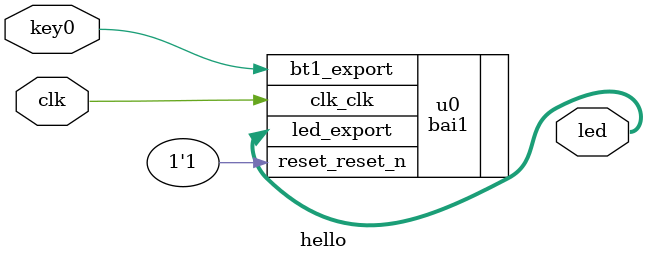
<source format=v>
module hello ( input clk,
					output [7:0] led,
					input key0
					);
					
					
bai1 u0(
		.bt1_export(key0),
		.clk_clk(clk),       //   clk.clk
		.led_export(led),    //   led.export
		.reset_reset_n(1'b1)  // reset.reset_n
	);					
					
endmodule					

</source>
